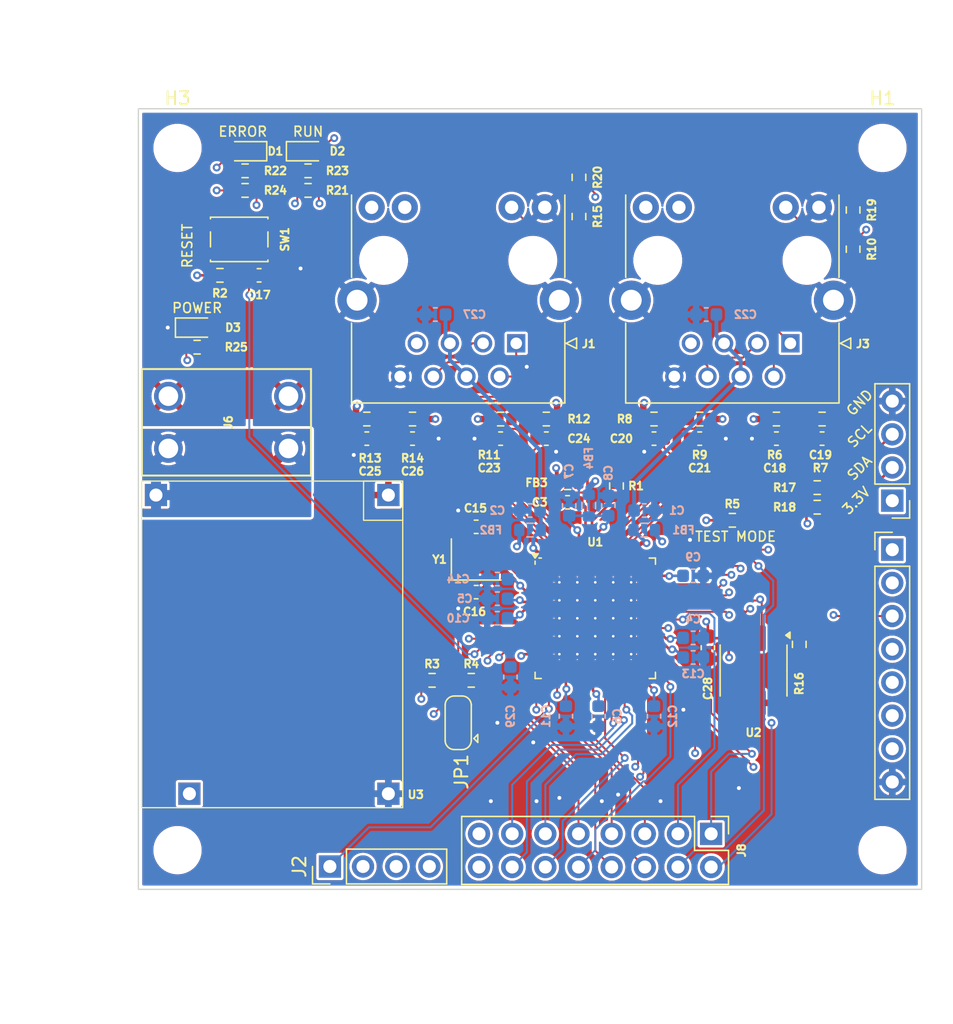
<source format=kicad_pcb>
(kicad_pcb
	(version 20240108)
	(generator "pcbnew")
	(generator_version "8.0")
	(general
		(thickness 1.6)
		(legacy_teardrops no)
	)
	(paper "A4")
	(layers
		(0 "F.Cu" signal)
		(1 "In1.Cu" power "GND.Cu")
		(2 "In2.Cu" power "PWR.Cu")
		(31 "B.Cu" mixed)
		(32 "B.Adhes" user "B.Adhesive")
		(33 "F.Adhes" user "F.Adhesive")
		(34 "B.Paste" user)
		(35 "F.Paste" user)
		(36 "B.SilkS" user "B.Silkscreen")
		(37 "F.SilkS" user "F.Silkscreen")
		(38 "B.Mask" user)
		(39 "F.Mask" user)
		(40 "Dwgs.User" user "User.Drawings")
		(41 "Cmts.User" user "User.Comments")
		(42 "Eco1.User" user "User.Eco1")
		(43 "Eco2.User" user "User.Eco2")
		(44 "Edge.Cuts" user)
		(45 "Margin" user)
		(46 "B.CrtYd" user "B.Courtyard")
		(47 "F.CrtYd" user "F.Courtyard")
		(48 "B.Fab" user)
		(49 "F.Fab" user)
		(50 "User.1" user)
		(51 "User.2" user)
		(52 "User.3" user)
		(53 "User.4" user)
		(54 "User.5" user)
		(55 "User.6" user)
		(56 "User.7" user)
		(57 "User.8" user)
		(58 "User.9" user)
	)
	(setup
		(stackup
			(layer "F.SilkS"
				(type "Top Silk Screen")
			)
			(layer "F.Paste"
				(type "Top Solder Paste")
			)
			(layer "F.Mask"
				(type "Top Solder Mask")
				(thickness 0.01)
			)
			(layer "F.Cu"
				(type "copper")
				(thickness 0.035)
			)
			(layer "dielectric 1"
				(type "prepreg")
				(thickness 0.1)
				(material "FR4")
				(epsilon_r 4.5)
				(loss_tangent 0.02)
			)
			(layer "In1.Cu"
				(type "copper")
				(thickness 0.035)
			)
			(layer "dielectric 2"
				(type "core")
				(thickness 1.24)
				(material "FR4")
				(epsilon_r 4.5)
				(loss_tangent 0.02)
			)
			(layer "In2.Cu"
				(type "copper")
				(thickness 0.035)
			)
			(layer "dielectric 3"
				(type "prepreg")
				(thickness 0.1)
				(material "FR4")
				(epsilon_r 4.5)
				(loss_tangent 0.02)
			)
			(layer "B.Cu"
				(type "copper")
				(thickness 0.035)
			)
			(layer "B.Mask"
				(type "Bottom Solder Mask")
				(thickness 0.01)
			)
			(layer "B.Paste"
				(type "Bottom Solder Paste")
			)
			(layer "B.SilkS"
				(type "Bottom Silk Screen")
			)
			(copper_finish "None")
			(dielectric_constraints no)
		)
		(pad_to_mask_clearance 0)
		(allow_soldermask_bridges_in_footprints no)
		(pcbplotparams
			(layerselection 0x00010fc_ffffffff)
			(plot_on_all_layers_selection 0x0000000_00000000)
			(disableapertmacros no)
			(usegerberextensions no)
			(usegerberattributes yes)
			(usegerberadvancedattributes yes)
			(creategerberjobfile yes)
			(dashed_line_dash_ratio 12.000000)
			(dashed_line_gap_ratio 3.000000)
			(svgprecision 4)
			(plotframeref no)
			(viasonmask no)
			(mode 1)
			(useauxorigin no)
			(hpglpennumber 1)
			(hpglpenspeed 20)
			(hpglpendiameter 15.000000)
			(pdf_front_fp_property_popups yes)
			(pdf_back_fp_property_popups yes)
			(dxfpolygonmode yes)
			(dxfimperialunits yes)
			(dxfusepcbnewfont yes)
			(psnegative no)
			(psa4output no)
			(plotreference yes)
			(plotvalue yes)
			(plotfptext yes)
			(plotinvisibletext no)
			(sketchpadsonfab no)
			(subtractmaskfromsilk no)
			(outputformat 1)
			(mirror no)
			(drillshape 1)
			(scaleselection 1)
			(outputdirectory "")
		)
	)
	(net 0 "")
	(net 1 "VDD33TXRX1")
	(net 2 "GND")
	(net 3 "VDD33TXRX2")
	(net 4 "VDD33BIAS")
	(net 5 "VDDCR")
	(net 6 "VDD12TF")
	(net 7 "VDD33")
	(net 8 "Net-(U1A-OSCI)")
	(net 9 "Net-(U1A-OSCO)")
	(net 10 "Net-(U1A-RST#)")
	(net 11 "TXA_P")
	(net 12 "TXA_N")
	(net 13 "RXA_P")
	(net 14 "RXA_N")
	(net 15 "RXB_N")
	(net 16 "RXB_P")
	(net 17 "TXB_N")
	(net 18 "TXB_P")
	(net 19 "Net-(D1-K)")
	(net 20 "Net-(D2-K)")
	(net 21 "Net-(D3-A)")
	(net 22 "Net-(J1-Pad10)")
	(net 23 "unconnected-(J1-NC-Pad7)")
	(net 24 "unconnected-(J1-Pad11)")
	(net 25 "unconnected-(J1-Pad12)")
	(net 26 "unconnected-(J3-NC-Pad7)")
	(net 27 "Net-(J3-Pad10)")
	(net 28 "unconnected-(J3-Pad12)")
	(net 29 "unconnected-(J3-Pad11)")
	(net 30 "Net-(J6-Pad1)")
	(net 31 "Net-(U3-Vin)")
	(net 32 "Net-(U1A-RBIAS)")
	(net 33 "CLK25_OUT")
	(net 34 "Net-(U1A-CLK_25{slash}CLK_25_EN{slash}XTAL_MODE)")
	(net 35 "Net-(JP1-C)")
	(net 36 "Net-(U1A-TESTMODE)")
	(net 37 "LEDPOL0")
	(net 38 "LEDPOL1")
	(net 39 "Net-(U2-A0)")
	(net 40 "I2C_SDA")
	(net 41 "Net-(U1B-RUNLED{slash}STATE_RUNLED{slash}E2PSIZE{slash}EE_EMUL0{slash}LEDPOL3)")
	(net 42 "Net-(U1B-ERRLED{slash}PME{slash}100FD_B{slash}LEDPOL4)")
	(net 43 "QSPI_SIO0")
	(net 44 "QSPI_SIO2")
	(net 45 "unconnected-(U1A-OSCVDD12-Pad3)")
	(net 46 "I2C_SCL")
	(net 47 "QSPI_CLK")
	(net 48 "unconnected-(U1C-WAIT_ACK{slash}PME{slash}LATCH0{slash}{slash}EE_EMUL_SPI3-Pad10)")
	(net 49 "SPI_SCS")
	(net 50 "SYNC_LATCH_1")
	(net 51 "unconnected-(U1C-A1{slash}ALELO{slash}OE_EXT{slash}MII_CLK25{slash}{slash}EE_EMUL_SPI2-Pad25)")
	(net 52 "QSPI_SIO3")
	(net 53 "IRQ")
	(net 54 "SYNC_LATCH_0")
	(net 55 "QSPI_SIO1")
	(net 56 "Net-(J8-Pin_2)")
	(net 57 "Net-(J8-Pin_1)")
	(net 58 "Net-(J8-Pin_9)")
	(net 59 "Net-(J8-Pin_11)")
	(net 60 "Net-(J8-Pin_15)")
	(net 61 "Net-(J8-Pin_6)")
	(net 62 "Net-(J8-Pin_12)")
	(net 63 "Net-(J8-Pin_14)")
	(net 64 "Net-(J8-Pin_8)")
	(net 65 "Net-(J8-Pin_13)")
	(net 66 "Net-(J8-Pin_4)")
	(net 67 "Net-(J8-Pin_16)")
	(net 68 "Net-(J8-Pin_5)")
	(net 69 "Net-(J8-Pin_3)")
	(net 70 "Net-(J8-Pin_10)")
	(net 71 "Net-(J8-Pin_7)")
	(footprint "Capacitor_SMD:C_0603_1608Metric" (layer "F.Cu") (at 155.875 63.5))
	(footprint "Capacitor_SMD:C_0603_1608Metric_Pad1.08x0.95mm_HandSolder" (layer "F.Cu") (at 147.125 79.5 90))
	(footprint "Resistor_SMD:R_0603_1608Metric" (layer "F.Cu") (at 126 82 180))
	(footprint "Connector_RJ:RJ45_HALO_HFJ11-x2450E-LxxRL_Horizontal" (layer "F.Cu") (at 153.445 56.205 180))
	(footprint "Resistor_SMD:R_0603_1608Metric" (layer "F.Cu") (at 136.375 66.875))
	(footprint "Capacitor_SMD:C_0603_1608Metric" (layer "F.Cu") (at 124.5 63.5))
	(footprint "Resistor_SMD:R_0603_1608Metric" (layer "F.Cu") (at 131.25 62))
	(footprint "Resistor_SMD:R_0603_1608Metric" (layer "F.Cu") (at 143 62))
	(footprint "Button_Switch_SMD:SW_SPST_PTS810" (layer "F.Cu") (at 111.225 48.25 180))
	(footprint "Capacitor_SMD:C_0603_1608Metric" (layer "F.Cu") (at 121 63.5 180))
	(footprint "Resistor_SMD:R_0603_1608Metric" (layer "F.Cu") (at 124.5 62 180))
	(footprint "Capacitor_SMD:C_0603_1608Metric" (layer "F.Cu") (at 143 63.5 180))
	(footprint "Jumper:SolderJumper-3_P1.3mm_Open_RoundedPad1.0x1.5mm" (layer "F.Cu") (at 128 85.25 90))
	(footprint "Oscillator:Oscillator_SMD_Abracon_ASE-4Pin_3.2x2.5mm" (layer "F.Cu") (at 129.375 72.75))
	(footprint "Resistor_SMD:R_0603_1608Metric" (layer "F.Cu") (at 116.5 43 180))
	(footprint "Resistor_SMD:R_0603_1608Metric" (layer "F.Cu") (at 116.5 44.5 180))
	(footprint "Capacitor_SMD:C_0603_1608Metric" (layer "F.Cu") (at 129.375 70.25 180))
	(footprint "Capacitor_SMD:C_0603_1608Metric" (layer "F.Cu") (at 129.375 75.25))
	(footprint "Capacitor_SMD:C_0603_1608Metric" (layer "F.Cu") (at 131.25 63.5 180))
	(footprint "Resistor_SMD:R_0603_1608Metric" (layer "F.Cu") (at 154.125 79.25 90))
	(footprint "MountingHole:MountingHole_3.2mm_M3_DIN965" (layer "F.Cu") (at 160.5 95))
	(footprint "MountingHole:MountingHole_3.2mm_M3_DIN965" (layer "F.Cu") (at 106.5 41.25))
	(footprint "Resistor_SMD:R_0603_1608Metric" (layer "F.Cu") (at 137.25 43.5 -90))
	(footprint "Connector_PinHeader_2.54mm:PinHeader_1x08_P2.54mm_Vertical" (layer "F.Cu") (at 161.25 72))
	(footprint "Resistor_SMD:R_0603_1608Metric" (layer "F.Cu") (at 121 62))
	(footprint "Package_DFN_QFN:QFN-64-1EP_9x9mm_P0.5mm_EP6x6mm_ThermalVias" (layer "F.Cu") (at 138.5 77.25))
	(footprint "Resistor_SMD:R_0603_1608Metric" (layer "F.Cu") (at 137.25 46.5 -90))
	(footprint "Capacitor_SMD:C_0603_1608Metric" (layer "F.Cu") (at 152.375 63.5 180))
	(footprint "Resistor_SMD:R_0603_1608Metric" (layer "F.Cu") (at 134.75 62 180))
	(footprint "Resistor_SMD:R_0603_1608Metric" (layer "F.Cu") (at 155.5 68.75 180))
	(footprint "Resistor_SMD:R_0603_1608Metric"
		(layer "F.Cu")
		(uuid "a47e5690-9e94-4944-97c0-29188d31fb54")
		(at 111.675 44.5 180)
		(descr "Resistor SMD 0603 (1608 Metric), square (rectangular) end terminal, IPC_7351 nominal, (Body size source: IPC-SM-782 page 72, https://www.pcb-3d.com/wordpress/wp-content/uploads/ipc-sm-782a_amendment_1_and_2.pdf), generated with kicad-footprint-generator")
		(tags "resistor")
		(property "Reference" "R24"
			(at -2.325 0 0)
			(layer "F.SilkS")
			(uuid "c421e9bd-1b98-4486-92bb-97300e9499c1")
			(effects
				(font
					(size 0.6 0.6)
					(thickness 1)
				)
			)
		)
		(property "Value" "10K"
			(at 0 1.43 0)
			(layer "F.Fab")
			(uuid "4030bb80-f4b2-4a38-ad64-7c866edd0470")
			(effects
				(font
					(size 1 1)
					(thickness 0.15)
				)
			)
		)
		(property "Footprint" "Resistor_SMD:R_0603_1608Metric"
			(at 0 0 180)
			(unlocked yes)
			(layer "F.Fab")
			(hide yes)
			(uuid "2aabf740-8f09-421d-a33d-98fc2223b4cf")
			(effects
				(font
					(size 1.27 1.27)
					(thickness 0.15)
				)
			)
		)
		(property "Datasheet" ""
			(at 0 0 180)
			(unlocked yes)
			(layer "F.Fab")
			(hide yes)
			(uuid "b1803734-4fd0-4474-8a29-c8dcdb37359b")
			(effects
				(font
					(size 1.27 1.27)
					(thickness 0.15)
				)
			)
		)
		(property "Description" "Resistor, small symbol"
			(at 0 0 180)
			(unlocked yes)
			(layer "F.Fab")
			(hide yes)
			(uuid "b3b42d64-7de3-4b96-86f5-7ed717ccf203")
			(effects
				(font
					(size 1.27 1.27)
					(thickness 0.15)
				)
			)
		)
		(property "Man" "Yageo"
			(at 0 0 180)
			(unlocked yes)
			(layer "F.Fab")
			(hide yes)
			(uuid "f4e71abc-76ba-4947-90c3-0a6436d69b78")
			(effects
				(font
					(size 1 1)
					(thickness 0.15)
				)
			)
		)
		(property "Man_No" "RC0603FR-0710KL"
			(at 0 0 180)
			(unlocked yes)
			(layer "F.Fab")
			(hide yes)
			(uuid "d56a162a-650c-44d8-b04e-e4ba4603c1f7")
			(effects
				(font
					(size 1 1)
					(thickness 0.15)
				)
			)
		)
		(property "Disti" "Digikey"
			(at 0 0 180)
			(unlocked yes)
			(layer "F.Fab")
			(hide yes)
			(uuid "cef1e86d-089b-4754-928e-a8d3d0170b0f")
			(effects
				(font
					(size 1 1)
					(thickness 0.15)
				)
			)
		)
		(property "Disti_No" "311-10.0KHRCT-ND"
			(at 0 0 180)
			(unlocked yes)
			(layer "F.Fab")
			(hide yes)
			(uuid "eefd1e7c-4a2d-4ffb-b879-f67499f0cfc3")
			(effects
				(font
					(size 1 1)
					(thickness 0.15)
				)
			)
		)
		(property ki_fp_filters "R_*")
		(path "/730d9fe1-f8d8-4491-9eb4-a8539616c8ab/9156f3d7-9d32-41d1-936f-239af033c633")
		(sheetname "config")
		(sheetfile "config.kicad_sch")
		(attr smd)
		(fp_line
			(start -0.237258 0.5225)
			(end 0.237258 0.5225)
			(stroke
				(width 0.12)
			
... [1321001 chars truncated]
</source>
